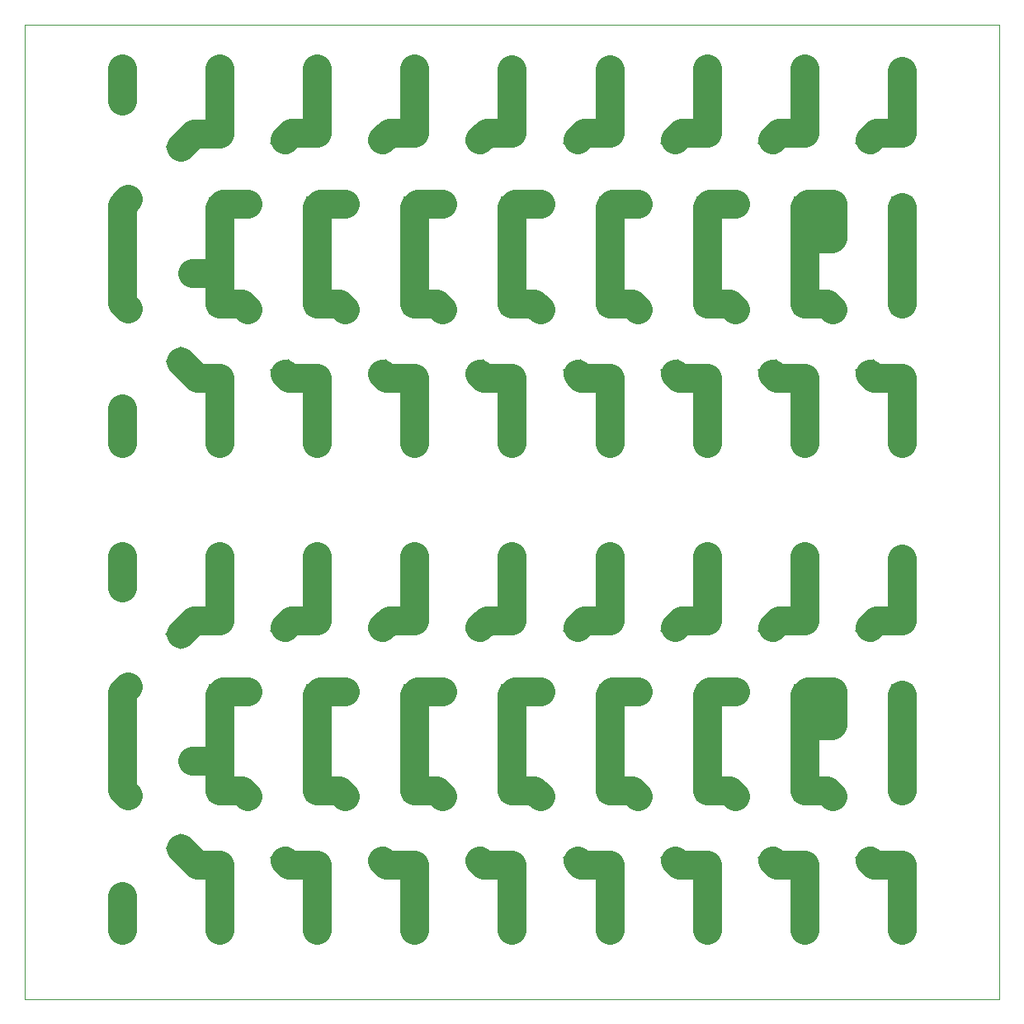
<source format=gbr>
G04 #@! TF.GenerationSoftware,KiCad,Pcbnew,5.1.4-e60b266~84~ubuntu16.04.1*
G04 #@! TF.CreationDate,2019-10-08T23:02:04-05:00*
G04 #@! TF.ProjectId,8x10p,38783130-702e-46b6-9963-61645f706362,rev?*
G04 #@! TF.SameCoordinates,Original*
G04 #@! TF.FileFunction,Copper,L2,Bot*
G04 #@! TF.FilePolarity,Positive*
%FSLAX46Y46*%
G04 Gerber Fmt 4.6, Leading zero omitted, Abs format (unit mm)*
G04 Created by KiCad (PCBNEW 5.1.4-e60b266~84~ubuntu16.04.1) date 2019-10-08 23:02:04*
%MOMM*%
%LPD*%
G04 APERTURE LIST*
G04 #@! TA.AperFunction,NonConductor*
%ADD10C,0.050000*%
G04 #@! TD*
G04 #@! TA.AperFunction,ComponentPad*
%ADD11C,2.000000*%
G04 #@! TD*
G04 #@! TA.AperFunction,ComponentPad*
%ADD12C,2.200000*%
G04 #@! TD*
G04 #@! TA.AperFunction,Conductor*
%ADD13C,0.150000*%
G04 #@! TD*
G04 #@! TA.AperFunction,Conductor*
%ADD14C,2.200000*%
G04 #@! TD*
G04 #@! TA.AperFunction,ComponentPad*
%ADD15C,1.998980*%
G04 #@! TD*
G04 #@! TA.AperFunction,ComponentPad*
%ADD16R,2.200000X2.200000*%
G04 #@! TD*
G04 #@! TA.AperFunction,ComponentPad*
%ADD17O,2.200000X2.200000*%
G04 #@! TD*
G04 #@! TA.AperFunction,Conductor*
%ADD18C,3.000000*%
G04 #@! TD*
G04 APERTURE END LIST*
D10*
X50000000Y-150000000D02*
X50000000Y-50000000D01*
X150000000Y-150000000D02*
X50000000Y-150000000D01*
X150000000Y-50000000D02*
X150000000Y-150000000D01*
X50000000Y-50000000D02*
X150000000Y-50000000D01*
D11*
G04 #@! TO.P,C25,1*
G04 #@! TO.N,N/C*
X110000000Y-142900000D03*
G04 #@! TO.P,C25,2*
X100000000Y-142900000D03*
G04 #@! TD*
G04 #@! TO.P,C12,1*
G04 #@! TO.N,N/C*
X80000000Y-125500000D03*
G04 #@! TO.P,C12,2*
X70000000Y-125500000D03*
G04 #@! TD*
D12*
G04 #@! TO.P,D9,1*
G04 #@! TO.N,N/C*
X106700000Y-111800000D03*
D13*
G04 #@! TD*
G04 #@! TO.N,N/C*
G04 #@! TO.C,D9*
G36*
X106297372Y-110297372D02*
G01*
X108202628Y-111397372D01*
X107102628Y-113302628D01*
X105197372Y-112202628D01*
X106297372Y-110297372D01*
X106297372Y-110297372D01*
G37*
D12*
G04 #@! TO.P,D9,2*
G04 #@! TO.N,N/C*
X102890000Y-118399114D03*
D14*
G04 #@! TD*
G04 #@! TO.N,N/C*
G04 #@! TO.C,D9*
X102890000Y-118399114D02*
X102890000Y-118399114D01*
D12*
G04 #@! TO.P,D35,1*
G04 #@! TO.N,N/C*
X136700000Y-135800000D03*
D13*
G04 #@! TD*
G04 #@! TO.N,N/C*
G04 #@! TO.C,D35*
G36*
X138202628Y-136202628D02*
G01*
X136297372Y-137302628D01*
X135197372Y-135397372D01*
X137102628Y-134297372D01*
X138202628Y-136202628D01*
X138202628Y-136202628D01*
G37*
D12*
G04 #@! TO.P,D35,2*
G04 #@! TO.N,N/C*
X132890000Y-129200886D03*
D14*
G04 #@! TD*
G04 #@! TO.N,N/C*
G04 #@! TO.C,D35*
X132890000Y-129200886D02*
X132890000Y-129200886D01*
D15*
G04 #@! TO.P,IN1,1*
G04 #@! TO.N,N/C*
X60000000Y-107750000D03*
G04 #@! TD*
G04 #@! TO.P,IN2,1*
G04 #@! TO.N,N/C*
X60000000Y-139400000D03*
G04 #@! TD*
D11*
G04 #@! TO.P,C22,1*
G04 #@! TO.N,N/C*
X80000000Y-139400000D03*
G04 #@! TO.P,C22,2*
X70000000Y-139400000D03*
G04 #@! TD*
G04 #@! TO.P,C28,1*
G04 #@! TO.N,N/C*
X140000000Y-139400000D03*
G04 #@! TO.P,C28,2*
X130000000Y-139400000D03*
G04 #@! TD*
D15*
G04 #@! TO.P,OUT2,1*
G04 #@! TO.N,N/C*
X140000000Y-142900000D03*
G04 #@! TD*
G04 #@! TO.P,HV1,1*
G04 #@! TO.N,N/C*
X67200000Y-125500000D03*
G04 #@! TD*
D16*
G04 #@! TO.P,D32,1*
G04 #@! TO.N,N/C*
X120000000Y-128600000D03*
D17*
G04 #@! TO.P,D32,2*
X120000000Y-136220000D03*
G04 #@! TD*
D16*
G04 #@! TO.P,D16,1*
G04 #@! TO.N,N/C*
X140000000Y-118720000D03*
D17*
G04 #@! TO.P,D16,2*
X140000000Y-111100000D03*
G04 #@! TD*
D15*
G04 #@! TO.P,HV8,1*
G04 #@! TO.N,N/C*
X140000000Y-121900000D03*
G04 #@! TD*
D12*
G04 #@! TO.P,D15,1*
G04 #@! TO.N,N/C*
X136700000Y-111800000D03*
D13*
G04 #@! TD*
G04 #@! TO.N,N/C*
G04 #@! TO.C,D15*
G36*
X136297372Y-110297372D02*
G01*
X138202628Y-111397372D01*
X137102628Y-113302628D01*
X135197372Y-112202628D01*
X136297372Y-110297372D01*
X136297372Y-110297372D01*
G37*
D12*
G04 #@! TO.P,D15,2*
G04 #@! TO.N,N/C*
X132890000Y-118399114D03*
D14*
G04 #@! TD*
G04 #@! TO.N,N/C*
G04 #@! TO.C,D15*
X132890000Y-118399114D02*
X132890000Y-118399114D01*
D15*
G04 #@! TO.P,HV0,1*
G04 #@! TO.N,N/C*
X60000000Y-125500000D03*
G04 #@! TD*
D12*
G04 #@! TO.P,D29,1*
G04 #@! TO.N,N/C*
X106700000Y-135800000D03*
D13*
G04 #@! TD*
G04 #@! TO.N,N/C*
G04 #@! TO.C,D29*
G36*
X108202628Y-136202628D02*
G01*
X106297372Y-137302628D01*
X105197372Y-135397372D01*
X107102628Y-134297372D01*
X108202628Y-136202628D01*
X108202628Y-136202628D01*
G37*
D12*
G04 #@! TO.P,D29,2*
G04 #@! TO.N,N/C*
X102890000Y-129200886D03*
D14*
G04 #@! TD*
G04 #@! TO.N,N/C*
G04 #@! TO.C,D29*
X102890000Y-129200886D02*
X102890000Y-129200886D01*
D16*
G04 #@! TO.P,D26,1*
G04 #@! TO.N,N/C*
X90000000Y-128600000D03*
D17*
G04 #@! TO.P,D26,2*
X90000000Y-136220000D03*
G04 #@! TD*
D12*
G04 #@! TO.P,D25,1*
G04 #@! TO.N,N/C*
X86700000Y-135800000D03*
D13*
G04 #@! TD*
G04 #@! TO.N,N/C*
G04 #@! TO.C,D25*
G36*
X88202628Y-136202628D02*
G01*
X86297372Y-137302628D01*
X85197372Y-135397372D01*
X87102628Y-134297372D01*
X88202628Y-136202628D01*
X88202628Y-136202628D01*
G37*
D12*
G04 #@! TO.P,D25,2*
G04 #@! TO.N,N/C*
X82890000Y-129200886D03*
D14*
G04 #@! TD*
G04 #@! TO.N,N/C*
G04 #@! TO.C,D25*
X82890000Y-129200886D02*
X82890000Y-129200886D01*
D11*
G04 #@! TO.P,C27,1*
G04 #@! TO.N,N/C*
X130000000Y-142900000D03*
G04 #@! TO.P,C27,2*
X120000000Y-142900000D03*
G04 #@! TD*
G04 #@! TO.P,C24,1*
G04 #@! TO.N,N/C*
X100000000Y-139400000D03*
G04 #@! TO.P,C24,2*
X90000000Y-139400000D03*
G04 #@! TD*
D12*
G04 #@! TO.P,D27,1*
G04 #@! TO.N,N/C*
X96700000Y-135800000D03*
D13*
G04 #@! TD*
G04 #@! TO.N,N/C*
G04 #@! TO.C,D27*
G36*
X98202628Y-136202628D02*
G01*
X96297372Y-137302628D01*
X95197372Y-135397372D01*
X97102628Y-134297372D01*
X98202628Y-136202628D01*
X98202628Y-136202628D01*
G37*
D12*
G04 #@! TO.P,D27,2*
G04 #@! TO.N,N/C*
X92890000Y-129200886D03*
D14*
G04 #@! TD*
G04 #@! TO.N,N/C*
G04 #@! TO.C,D27*
X92890000Y-129200886D02*
X92890000Y-129200886D01*
D16*
G04 #@! TO.P,D24,1*
G04 #@! TO.N,N/C*
X80000000Y-128600000D03*
D17*
G04 #@! TO.P,D24,2*
X80000000Y-136220000D03*
G04 #@! TD*
D12*
G04 #@! TO.P,D31,1*
G04 #@! TO.N,N/C*
X116700000Y-135800000D03*
D13*
G04 #@! TD*
G04 #@! TO.N,N/C*
G04 #@! TO.C,D31*
G36*
X118202628Y-136202628D02*
G01*
X116297372Y-137302628D01*
X115197372Y-135397372D01*
X117102628Y-134297372D01*
X118202628Y-136202628D01*
X118202628Y-136202628D01*
G37*
D12*
G04 #@! TO.P,D31,2*
G04 #@! TO.N,N/C*
X112890000Y-129200886D03*
D14*
G04 #@! TD*
G04 #@! TO.N,N/C*
G04 #@! TO.C,D31*
X112890000Y-129200886D02*
X112890000Y-129200886D01*
D12*
G04 #@! TO.P,D21,1*
G04 #@! TO.N,N/C*
X66000000Y-134500000D03*
D13*
G04 #@! TD*
G04 #@! TO.N,N/C*
G04 #@! TO.C,D21*
G36*
X67555635Y-134500000D02*
G01*
X66000000Y-136055635D01*
X64444365Y-134500000D01*
X66000000Y-132944365D01*
X67555635Y-134500000D01*
X67555635Y-134500000D01*
G37*
D12*
G04 #@! TO.P,D21,2*
G04 #@! TO.N,N/C*
X60611846Y-129111846D03*
D14*
G04 #@! TD*
G04 #@! TO.N,N/C*
G04 #@! TO.C,D21*
X60611846Y-129111846D02*
X60611846Y-129111846D01*
D15*
G04 #@! TO.P,HV7,1*
G04 #@! TO.N,N/C*
X132800000Y-121900000D03*
G04 #@! TD*
D16*
G04 #@! TO.P,D36,1*
G04 #@! TO.N,N/C*
X140000000Y-128600000D03*
D17*
G04 #@! TO.P,D36,2*
X140000000Y-136220000D03*
G04 #@! TD*
D11*
G04 #@! TO.P,C17,1*
G04 #@! TO.N,N/C*
X130000000Y-121900000D03*
G04 #@! TO.P,C17,2*
X120000000Y-121900000D03*
G04 #@! TD*
G04 #@! TO.P,C6,1*
G04 #@! TO.N,N/C*
X120000000Y-108000000D03*
G04 #@! TO.P,C6,2*
X110000000Y-108000000D03*
G04 #@! TD*
G04 #@! TO.P,C18,1*
G04 #@! TO.N,N/C*
X140000000Y-125500000D03*
G04 #@! TO.P,C18,2*
X130000000Y-125500000D03*
G04 #@! TD*
G04 #@! TO.P,C7,1*
G04 #@! TO.N,N/C*
X130000000Y-104500000D03*
G04 #@! TO.P,C7,2*
X120000000Y-104500000D03*
G04 #@! TD*
G04 #@! TO.P,C13,1*
G04 #@! TO.N,N/C*
X90000000Y-121900000D03*
G04 #@! TO.P,C13,2*
X80000000Y-121900000D03*
G04 #@! TD*
G04 #@! TO.P,C11,1*
G04 #@! TO.N,N/C*
X70000000Y-121900000D03*
G04 #@! TO.P,C11,2*
X60000000Y-121900000D03*
G04 #@! TD*
G04 #@! TO.P,C21,1*
G04 #@! TO.N,N/C*
X70000000Y-142900000D03*
G04 #@! TO.P,C21,2*
X60000000Y-142900000D03*
G04 #@! TD*
D16*
G04 #@! TO.P,D10,1*
G04 #@! TO.N,N/C*
X110000000Y-118720000D03*
D17*
G04 #@! TO.P,D10,2*
X110000000Y-111100000D03*
G04 #@! TD*
D12*
G04 #@! TO.P,D13,1*
G04 #@! TO.N,N/C*
X126700000Y-111800000D03*
D13*
G04 #@! TD*
G04 #@! TO.N,N/C*
G04 #@! TO.C,D13*
G36*
X126297372Y-110297372D02*
G01*
X128202628Y-111397372D01*
X127102628Y-113302628D01*
X125197372Y-112202628D01*
X126297372Y-110297372D01*
X126297372Y-110297372D01*
G37*
D12*
G04 #@! TO.P,D13,2*
G04 #@! TO.N,N/C*
X122890000Y-118399114D03*
D14*
G04 #@! TD*
G04 #@! TO.N,N/C*
G04 #@! TO.C,D13*
X122890000Y-118399114D02*
X122890000Y-118399114D01*
D16*
G04 #@! TO.P,D6,1*
G04 #@! TO.N,N/C*
X90000000Y-118720000D03*
D17*
G04 #@! TO.P,D6,2*
X90000000Y-111100000D03*
G04 #@! TD*
D11*
G04 #@! TO.P,C14,1*
G04 #@! TO.N,N/C*
X100000000Y-125500000D03*
G04 #@! TO.P,C14,2*
X90000000Y-125500000D03*
G04 #@! TD*
D12*
G04 #@! TO.P,D11,1*
G04 #@! TO.N,N/C*
X116700000Y-111800000D03*
D13*
G04 #@! TD*
G04 #@! TO.N,N/C*
G04 #@! TO.C,D11*
G36*
X116297372Y-110297372D02*
G01*
X118202628Y-111397372D01*
X117102628Y-113302628D01*
X115197372Y-112202628D01*
X116297372Y-110297372D01*
X116297372Y-110297372D01*
G37*
D12*
G04 #@! TO.P,D11,2*
G04 #@! TO.N,N/C*
X112890000Y-118399114D03*
D14*
G04 #@! TD*
G04 #@! TO.N,N/C*
G04 #@! TO.C,D11*
X112890000Y-118399114D02*
X112890000Y-118399114D01*
D11*
G04 #@! TO.P,C16,1*
G04 #@! TO.N,N/C*
X120000000Y-125500000D03*
G04 #@! TO.P,C16,2*
X110000000Y-125500000D03*
G04 #@! TD*
G04 #@! TO.P,C23,1*
G04 #@! TO.N,N/C*
X90000000Y-142900000D03*
G04 #@! TO.P,C23,2*
X80000000Y-142900000D03*
G04 #@! TD*
D15*
G04 #@! TO.P,OUT1,1*
G04 #@! TO.N,N/C*
X140000000Y-104750000D03*
G04 #@! TD*
D11*
G04 #@! TO.P,C15,1*
G04 #@! TO.N,N/C*
X110000000Y-121900000D03*
G04 #@! TO.P,C15,2*
X100000000Y-121900000D03*
G04 #@! TD*
D16*
G04 #@! TO.P,D34,1*
G04 #@! TO.N,N/C*
X130000000Y-128600000D03*
D17*
G04 #@! TO.P,D34,2*
X130000000Y-136220000D03*
G04 #@! TD*
D12*
G04 #@! TO.P,D5,1*
G04 #@! TO.N,N/C*
X86700000Y-111800000D03*
D13*
G04 #@! TD*
G04 #@! TO.N,N/C*
G04 #@! TO.C,D5*
G36*
X86297372Y-110297372D02*
G01*
X88202628Y-111397372D01*
X87102628Y-113302628D01*
X85197372Y-112202628D01*
X86297372Y-110297372D01*
X86297372Y-110297372D01*
G37*
D12*
G04 #@! TO.P,D5,2*
G04 #@! TO.N,N/C*
X82890000Y-118399114D03*
D14*
G04 #@! TD*
G04 #@! TO.N,N/C*
G04 #@! TO.C,D5*
X82890000Y-118399114D02*
X82890000Y-118399114D01*
D11*
G04 #@! TO.P,C26,1*
G04 #@! TO.N,N/C*
X120000000Y-139400000D03*
G04 #@! TO.P,C26,2*
X110000000Y-139400000D03*
G04 #@! TD*
G04 #@! TO.P,C2,1*
G04 #@! TO.N,N/C*
X80000000Y-108000000D03*
G04 #@! TO.P,C2,2*
X70000000Y-108000000D03*
G04 #@! TD*
G04 #@! TO.P,C8,1*
G04 #@! TO.N,N/C*
X140000000Y-108000000D03*
G04 #@! TO.P,C8,2*
X130000000Y-108000000D03*
G04 #@! TD*
D12*
G04 #@! TO.P,D23,1*
G04 #@! TO.N,N/C*
X76700000Y-135800000D03*
D13*
G04 #@! TD*
G04 #@! TO.N,N/C*
G04 #@! TO.C,D23*
G36*
X78202628Y-136202628D02*
G01*
X76297372Y-137302628D01*
X75197372Y-135397372D01*
X77102628Y-134297372D01*
X78202628Y-136202628D01*
X78202628Y-136202628D01*
G37*
D12*
G04 #@! TO.P,D23,2*
G04 #@! TO.N,N/C*
X72890000Y-129200886D03*
D14*
G04 #@! TD*
G04 #@! TO.N,N/C*
G04 #@! TO.C,D23*
X72890000Y-129200886D02*
X72890000Y-129200886D01*
D16*
G04 #@! TO.P,D2,1*
G04 #@! TO.N,N/C*
X70000000Y-118750000D03*
D17*
G04 #@! TO.P,D2,2*
X70000000Y-111130000D03*
G04 #@! TD*
D11*
G04 #@! TO.P,C5,1*
G04 #@! TO.N,N/C*
X110000000Y-104540000D03*
G04 #@! TO.P,C5,2*
X100000000Y-104540000D03*
G04 #@! TD*
G04 #@! TO.P,C1,1*
G04 #@! TO.N,N/C*
X70000000Y-104500000D03*
G04 #@! TO.P,C1,2*
X60000000Y-104500000D03*
G04 #@! TD*
D16*
G04 #@! TO.P,D12,1*
G04 #@! TO.N,N/C*
X120000000Y-118720000D03*
D17*
G04 #@! TO.P,D12,2*
X120000000Y-111100000D03*
G04 #@! TD*
D11*
G04 #@! TO.P,C4,1*
G04 #@! TO.N,N/C*
X100000000Y-108000000D03*
G04 #@! TO.P,C4,2*
X90000000Y-108000000D03*
G04 #@! TD*
D16*
G04 #@! TO.P,D22,1*
G04 #@! TO.N,N/C*
X70000000Y-128600000D03*
D17*
G04 #@! TO.P,D22,2*
X70000000Y-136220000D03*
G04 #@! TD*
D16*
G04 #@! TO.P,D4,1*
G04 #@! TO.N,N/C*
X80000000Y-118720000D03*
D17*
G04 #@! TO.P,D4,2*
X80000000Y-111100000D03*
G04 #@! TD*
D16*
G04 #@! TO.P,D28,1*
G04 #@! TO.N,N/C*
X100000000Y-128600000D03*
D17*
G04 #@! TO.P,D28,2*
X100000000Y-136220000D03*
G04 #@! TD*
D16*
G04 #@! TO.P,D8,1*
G04 #@! TO.N,N/C*
X100000000Y-118720000D03*
D17*
G04 #@! TO.P,D8,2*
X100000000Y-111100000D03*
G04 #@! TD*
D11*
G04 #@! TO.P,C3,1*
G04 #@! TO.N,N/C*
X90000000Y-104500000D03*
G04 #@! TO.P,C3,2*
X80000000Y-104500000D03*
G04 #@! TD*
D12*
G04 #@! TO.P,D1,1*
G04 #@! TO.N,N/C*
X66000000Y-112500000D03*
D13*
G04 #@! TD*
G04 #@! TO.N,N/C*
G04 #@! TO.C,D1*
G36*
X66000000Y-110944365D02*
G01*
X67555635Y-112500000D01*
X66000000Y-114055635D01*
X64444365Y-112500000D01*
X66000000Y-110944365D01*
X66000000Y-110944365D01*
G37*
D12*
G04 #@! TO.P,D1,2*
G04 #@! TO.N,N/C*
X60611846Y-117888154D03*
D14*
G04 #@! TD*
G04 #@! TO.N,N/C*
G04 #@! TO.C,D1*
X60611846Y-117888154D02*
X60611846Y-117888154D01*
D12*
G04 #@! TO.P,D3,1*
G04 #@! TO.N,N/C*
X76700000Y-111800000D03*
D13*
G04 #@! TD*
G04 #@! TO.N,N/C*
G04 #@! TO.C,D3*
G36*
X76297372Y-110297372D02*
G01*
X78202628Y-111397372D01*
X77102628Y-113302628D01*
X75197372Y-112202628D01*
X76297372Y-110297372D01*
X76297372Y-110297372D01*
G37*
D12*
G04 #@! TO.P,D3,2*
G04 #@! TO.N,N/C*
X72890000Y-118399114D03*
D14*
G04 #@! TD*
G04 #@! TO.N,N/C*
G04 #@! TO.C,D3*
X72890000Y-118399114D02*
X72890000Y-118399114D01*
D12*
G04 #@! TO.P,D33,1*
G04 #@! TO.N,N/C*
X126700000Y-135800000D03*
D13*
G04 #@! TD*
G04 #@! TO.N,N/C*
G04 #@! TO.C,D33*
G36*
X128202628Y-136202628D02*
G01*
X126297372Y-137302628D01*
X125197372Y-135397372D01*
X127102628Y-134297372D01*
X128202628Y-136202628D01*
X128202628Y-136202628D01*
G37*
D12*
G04 #@! TO.P,D33,2*
G04 #@! TO.N,N/C*
X122890000Y-129200886D03*
D14*
G04 #@! TD*
G04 #@! TO.N,N/C*
G04 #@! TO.C,D33*
X122890000Y-129200886D02*
X122890000Y-129200886D01*
D16*
G04 #@! TO.P,D30,1*
G04 #@! TO.N,N/C*
X110000000Y-128600000D03*
D17*
G04 #@! TO.P,D30,2*
X110000000Y-136220000D03*
G04 #@! TD*
D16*
G04 #@! TO.P,D14,1*
G04 #@! TO.N,N/C*
X130000000Y-118720000D03*
D17*
G04 #@! TO.P,D14,2*
X130000000Y-111100000D03*
G04 #@! TD*
D12*
G04 #@! TO.P,D7,1*
G04 #@! TO.N,N/C*
X96700000Y-111800000D03*
D13*
G04 #@! TD*
G04 #@! TO.N,N/C*
G04 #@! TO.C,D7*
G36*
X96297372Y-110297372D02*
G01*
X98202628Y-111397372D01*
X97102628Y-113302628D01*
X95197372Y-112202628D01*
X96297372Y-110297372D01*
X96297372Y-110297372D01*
G37*
D12*
G04 #@! TO.P,D7,2*
G04 #@! TO.N,N/C*
X92890000Y-118399114D03*
D14*
G04 #@! TD*
G04 #@! TO.N,N/C*
G04 #@! TO.C,D7*
X92890000Y-118399114D02*
X92890000Y-118399114D01*
D15*
G04 #@! TO.P,HV1,1*
G04 #@! TO.N,/multiplier/HV1*
X67200000Y-75500000D03*
G04 #@! TD*
G04 #@! TO.P,IN2,1*
G04 #@! TO.N,/multiplier/IN2*
X60000000Y-89400000D03*
G04 #@! TD*
G04 #@! TO.P,IN1,1*
G04 #@! TO.N,/multiplier/IN1*
X60000000Y-57750000D03*
G04 #@! TD*
G04 #@! TO.P,HV7,1*
G04 #@! TO.N,/multiplier/HV7*
X132800000Y-71900000D03*
G04 #@! TD*
G04 #@! TO.P,OUT1,1*
G04 #@! TO.N,/multiplier/OUT1*
X140000000Y-54750000D03*
G04 #@! TD*
G04 #@! TO.P,HV0,1*
G04 #@! TO.N,/multiplier/HV0*
X60000000Y-75500000D03*
G04 #@! TD*
G04 #@! TO.P,OUT2,1*
G04 #@! TO.N,/multiplier/OUT2*
X140000000Y-92900000D03*
G04 #@! TD*
G04 #@! TO.P,HV8,1*
G04 #@! TO.N,/multiplier/HV8*
X140000000Y-71900000D03*
G04 #@! TD*
D11*
G04 #@! TO.P,C28,2*
G04 #@! TO.N,Net-(C27-Pad1)*
X130000000Y-89400000D03*
G04 #@! TO.P,C28,1*
G04 #@! TO.N,/multiplier/OUT2*
X140000000Y-89400000D03*
G04 #@! TD*
G04 #@! TO.P,C27,2*
G04 #@! TO.N,Net-(C26-Pad1)*
X120000000Y-92900000D03*
G04 #@! TO.P,C27,1*
G04 #@! TO.N,Net-(C27-Pad1)*
X130000000Y-92900000D03*
G04 #@! TD*
G04 #@! TO.P,C26,2*
G04 #@! TO.N,Net-(C25-Pad1)*
X110000000Y-89400000D03*
G04 #@! TO.P,C26,1*
G04 #@! TO.N,Net-(C26-Pad1)*
X120000000Y-89400000D03*
G04 #@! TD*
G04 #@! TO.P,C25,2*
G04 #@! TO.N,Net-(C24-Pad1)*
X100000000Y-92900000D03*
G04 #@! TO.P,C25,1*
G04 #@! TO.N,Net-(C25-Pad1)*
X110000000Y-92900000D03*
G04 #@! TD*
G04 #@! TO.P,C24,2*
G04 #@! TO.N,Net-(C23-Pad1)*
X90000000Y-89400000D03*
G04 #@! TO.P,C24,1*
G04 #@! TO.N,Net-(C24-Pad1)*
X100000000Y-89400000D03*
G04 #@! TD*
G04 #@! TO.P,C23,2*
G04 #@! TO.N,Net-(C22-Pad1)*
X80000000Y-92900000D03*
G04 #@! TO.P,C23,1*
G04 #@! TO.N,Net-(C23-Pad1)*
X90000000Y-92900000D03*
G04 #@! TD*
G04 #@! TO.P,C22,2*
G04 #@! TO.N,Net-(C21-Pad1)*
X70000000Y-89400000D03*
G04 #@! TO.P,C22,1*
G04 #@! TO.N,Net-(C22-Pad1)*
X80000000Y-89400000D03*
G04 #@! TD*
G04 #@! TO.P,C21,2*
G04 #@! TO.N,/multiplier/IN2*
X60000000Y-92900000D03*
G04 #@! TO.P,C21,1*
G04 #@! TO.N,Net-(C21-Pad1)*
X70000000Y-92900000D03*
G04 #@! TD*
G04 #@! TO.P,C18,2*
G04 #@! TO.N,/multiplier/HV7*
X130000000Y-75500000D03*
G04 #@! TO.P,C18,1*
G04 #@! TO.N,/multiplier/HV8*
X140000000Y-75500000D03*
G04 #@! TD*
G04 #@! TO.P,C17,2*
G04 #@! TO.N,Net-(C16-Pad1)*
X120000000Y-71900000D03*
G04 #@! TO.P,C17,1*
G04 #@! TO.N,/multiplier/HV7*
X130000000Y-71900000D03*
G04 #@! TD*
G04 #@! TO.P,C16,2*
G04 #@! TO.N,Net-(C15-Pad1)*
X110000000Y-75500000D03*
G04 #@! TO.P,C16,1*
G04 #@! TO.N,Net-(C16-Pad1)*
X120000000Y-75500000D03*
G04 #@! TD*
G04 #@! TO.P,C15,2*
G04 #@! TO.N,Net-(C14-Pad1)*
X100000000Y-71900000D03*
G04 #@! TO.P,C15,1*
G04 #@! TO.N,Net-(C15-Pad1)*
X110000000Y-71900000D03*
G04 #@! TD*
G04 #@! TO.P,C14,2*
G04 #@! TO.N,Net-(C13-Pad1)*
X90000000Y-75500000D03*
G04 #@! TO.P,C14,1*
G04 #@! TO.N,Net-(C14-Pad1)*
X100000000Y-75500000D03*
G04 #@! TD*
G04 #@! TO.P,C13,2*
G04 #@! TO.N,Net-(C12-Pad1)*
X80000000Y-71900000D03*
G04 #@! TO.P,C13,1*
G04 #@! TO.N,Net-(C13-Pad1)*
X90000000Y-71900000D03*
G04 #@! TD*
G04 #@! TO.P,C12,2*
G04 #@! TO.N,/multiplier/HV1*
X70000000Y-75500000D03*
G04 #@! TO.P,C12,1*
G04 #@! TO.N,Net-(C12-Pad1)*
X80000000Y-75500000D03*
G04 #@! TD*
G04 #@! TO.P,C11,2*
G04 #@! TO.N,/multiplier/HV0*
X60000000Y-71900000D03*
G04 #@! TO.P,C11,1*
G04 #@! TO.N,/multiplier/HV1*
X70000000Y-71900000D03*
G04 #@! TD*
G04 #@! TO.P,C8,2*
G04 #@! TO.N,Net-(C7-Pad1)*
X130000000Y-58000000D03*
G04 #@! TO.P,C8,1*
G04 #@! TO.N,/multiplier/OUT1*
X140000000Y-58000000D03*
G04 #@! TD*
G04 #@! TO.P,C7,2*
G04 #@! TO.N,Net-(C6-Pad1)*
X120000000Y-54500000D03*
G04 #@! TO.P,C7,1*
G04 #@! TO.N,Net-(C7-Pad1)*
X130000000Y-54500000D03*
G04 #@! TD*
G04 #@! TO.P,C6,2*
G04 #@! TO.N,Net-(C5-Pad1)*
X110000000Y-58000000D03*
G04 #@! TO.P,C6,1*
G04 #@! TO.N,Net-(C6-Pad1)*
X120000000Y-58000000D03*
G04 #@! TD*
G04 #@! TO.P,C5,2*
G04 #@! TO.N,Net-(C4-Pad1)*
X100000000Y-54540000D03*
G04 #@! TO.P,C5,1*
G04 #@! TO.N,Net-(C5-Pad1)*
X110000000Y-54540000D03*
G04 #@! TD*
G04 #@! TO.P,C4,2*
G04 #@! TO.N,Net-(C3-Pad1)*
X90000000Y-58000000D03*
G04 #@! TO.P,C4,1*
G04 #@! TO.N,Net-(C4-Pad1)*
X100000000Y-58000000D03*
G04 #@! TD*
G04 #@! TO.P,C3,2*
G04 #@! TO.N,Net-(C2-Pad1)*
X80000000Y-54500000D03*
G04 #@! TO.P,C3,1*
G04 #@! TO.N,Net-(C3-Pad1)*
X90000000Y-54500000D03*
G04 #@! TD*
G04 #@! TO.P,C2,2*
G04 #@! TO.N,Net-(C1-Pad1)*
X70000000Y-58000000D03*
G04 #@! TO.P,C2,1*
G04 #@! TO.N,Net-(C2-Pad1)*
X80000000Y-58000000D03*
G04 #@! TD*
G04 #@! TO.P,C1,2*
G04 #@! TO.N,/multiplier/IN1*
X60000000Y-54500000D03*
G04 #@! TO.P,C1,1*
G04 #@! TO.N,Net-(C1-Pad1)*
X70000000Y-54500000D03*
G04 #@! TD*
D17*
G04 #@! TO.P,D36,2*
G04 #@! TO.N,/multiplier/OUT2*
X140000000Y-86220000D03*
D16*
G04 #@! TO.P,D36,1*
G04 #@! TO.N,/multiplier/HV8*
X140000000Y-78600000D03*
G04 #@! TD*
D12*
G04 #@! TO.P,D35,2*
G04 #@! TO.N,/multiplier/HV7*
X132890000Y-79200886D03*
D14*
G04 #@! TD*
G04 #@! TO.N,/multiplier/HV7*
G04 #@! TO.C,D35*
X132890000Y-79200886D02*
X132890000Y-79200886D01*
D12*
G04 #@! TO.P,D35,1*
G04 #@! TO.N,/multiplier/OUT2*
X136700000Y-85800000D03*
D13*
G04 #@! TD*
G04 #@! TO.N,/multiplier/OUT2*
G04 #@! TO.C,D35*
G36*
X138202628Y-86202628D02*
G01*
X136297372Y-87302628D01*
X135197372Y-85397372D01*
X137102628Y-84297372D01*
X138202628Y-86202628D01*
X138202628Y-86202628D01*
G37*
D17*
G04 #@! TO.P,D34,2*
G04 #@! TO.N,Net-(C27-Pad1)*
X130000000Y-86220000D03*
D16*
G04 #@! TO.P,D34,1*
G04 #@! TO.N,/multiplier/HV7*
X130000000Y-78600000D03*
G04 #@! TD*
D12*
G04 #@! TO.P,D33,2*
G04 #@! TO.N,Net-(C16-Pad1)*
X122890000Y-79200886D03*
D14*
G04 #@! TD*
G04 #@! TO.N,Net-(C16-Pad1)*
G04 #@! TO.C,D33*
X122890000Y-79200886D02*
X122890000Y-79200886D01*
D12*
G04 #@! TO.P,D33,1*
G04 #@! TO.N,Net-(C27-Pad1)*
X126700000Y-85800000D03*
D13*
G04 #@! TD*
G04 #@! TO.N,Net-(C27-Pad1)*
G04 #@! TO.C,D33*
G36*
X128202628Y-86202628D02*
G01*
X126297372Y-87302628D01*
X125197372Y-85397372D01*
X127102628Y-84297372D01*
X128202628Y-86202628D01*
X128202628Y-86202628D01*
G37*
D17*
G04 #@! TO.P,D32,2*
G04 #@! TO.N,Net-(C26-Pad1)*
X120000000Y-86220000D03*
D16*
G04 #@! TO.P,D32,1*
G04 #@! TO.N,Net-(C16-Pad1)*
X120000000Y-78600000D03*
G04 #@! TD*
D12*
G04 #@! TO.P,D31,2*
G04 #@! TO.N,Net-(C15-Pad1)*
X112890000Y-79200886D03*
D14*
G04 #@! TD*
G04 #@! TO.N,Net-(C15-Pad1)*
G04 #@! TO.C,D31*
X112890000Y-79200886D02*
X112890000Y-79200886D01*
D12*
G04 #@! TO.P,D31,1*
G04 #@! TO.N,Net-(C26-Pad1)*
X116700000Y-85800000D03*
D13*
G04 #@! TD*
G04 #@! TO.N,Net-(C26-Pad1)*
G04 #@! TO.C,D31*
G36*
X118202628Y-86202628D02*
G01*
X116297372Y-87302628D01*
X115197372Y-85397372D01*
X117102628Y-84297372D01*
X118202628Y-86202628D01*
X118202628Y-86202628D01*
G37*
D17*
G04 #@! TO.P,D30,2*
G04 #@! TO.N,Net-(C25-Pad1)*
X110000000Y-86220000D03*
D16*
G04 #@! TO.P,D30,1*
G04 #@! TO.N,Net-(C15-Pad1)*
X110000000Y-78600000D03*
G04 #@! TD*
D12*
G04 #@! TO.P,D29,2*
G04 #@! TO.N,Net-(C14-Pad1)*
X102890000Y-79200886D03*
D14*
G04 #@! TD*
G04 #@! TO.N,Net-(C14-Pad1)*
G04 #@! TO.C,D29*
X102890000Y-79200886D02*
X102890000Y-79200886D01*
D12*
G04 #@! TO.P,D29,1*
G04 #@! TO.N,Net-(C25-Pad1)*
X106700000Y-85800000D03*
D13*
G04 #@! TD*
G04 #@! TO.N,Net-(C25-Pad1)*
G04 #@! TO.C,D29*
G36*
X108202628Y-86202628D02*
G01*
X106297372Y-87302628D01*
X105197372Y-85397372D01*
X107102628Y-84297372D01*
X108202628Y-86202628D01*
X108202628Y-86202628D01*
G37*
D17*
G04 #@! TO.P,D28,2*
G04 #@! TO.N,Net-(C24-Pad1)*
X100000000Y-86220000D03*
D16*
G04 #@! TO.P,D28,1*
G04 #@! TO.N,Net-(C14-Pad1)*
X100000000Y-78600000D03*
G04 #@! TD*
D12*
G04 #@! TO.P,D27,2*
G04 #@! TO.N,Net-(C13-Pad1)*
X92890000Y-79200886D03*
D14*
G04 #@! TD*
G04 #@! TO.N,Net-(C13-Pad1)*
G04 #@! TO.C,D27*
X92890000Y-79200886D02*
X92890000Y-79200886D01*
D12*
G04 #@! TO.P,D27,1*
G04 #@! TO.N,Net-(C24-Pad1)*
X96700000Y-85800000D03*
D13*
G04 #@! TD*
G04 #@! TO.N,Net-(C24-Pad1)*
G04 #@! TO.C,D27*
G36*
X98202628Y-86202628D02*
G01*
X96297372Y-87302628D01*
X95197372Y-85397372D01*
X97102628Y-84297372D01*
X98202628Y-86202628D01*
X98202628Y-86202628D01*
G37*
D17*
G04 #@! TO.P,D26,2*
G04 #@! TO.N,Net-(C23-Pad1)*
X90000000Y-86220000D03*
D16*
G04 #@! TO.P,D26,1*
G04 #@! TO.N,Net-(C13-Pad1)*
X90000000Y-78600000D03*
G04 #@! TD*
D12*
G04 #@! TO.P,D25,2*
G04 #@! TO.N,Net-(C12-Pad1)*
X82890000Y-79200886D03*
D14*
G04 #@! TD*
G04 #@! TO.N,Net-(C12-Pad1)*
G04 #@! TO.C,D25*
X82890000Y-79200886D02*
X82890000Y-79200886D01*
D12*
G04 #@! TO.P,D25,1*
G04 #@! TO.N,Net-(C23-Pad1)*
X86700000Y-85800000D03*
D13*
G04 #@! TD*
G04 #@! TO.N,Net-(C23-Pad1)*
G04 #@! TO.C,D25*
G36*
X88202628Y-86202628D02*
G01*
X86297372Y-87302628D01*
X85197372Y-85397372D01*
X87102628Y-84297372D01*
X88202628Y-86202628D01*
X88202628Y-86202628D01*
G37*
D17*
G04 #@! TO.P,D24,2*
G04 #@! TO.N,Net-(C22-Pad1)*
X80000000Y-86220000D03*
D16*
G04 #@! TO.P,D24,1*
G04 #@! TO.N,Net-(C12-Pad1)*
X80000000Y-78600000D03*
G04 #@! TD*
D12*
G04 #@! TO.P,D23,2*
G04 #@! TO.N,/multiplier/HV1*
X72890000Y-79200886D03*
D14*
G04 #@! TD*
G04 #@! TO.N,/multiplier/HV1*
G04 #@! TO.C,D23*
X72890000Y-79200886D02*
X72890000Y-79200886D01*
D12*
G04 #@! TO.P,D23,1*
G04 #@! TO.N,Net-(C22-Pad1)*
X76700000Y-85800000D03*
D13*
G04 #@! TD*
G04 #@! TO.N,Net-(C22-Pad1)*
G04 #@! TO.C,D23*
G36*
X78202628Y-86202628D02*
G01*
X76297372Y-87302628D01*
X75197372Y-85397372D01*
X77102628Y-84297372D01*
X78202628Y-86202628D01*
X78202628Y-86202628D01*
G37*
D17*
G04 #@! TO.P,D22,2*
G04 #@! TO.N,Net-(C21-Pad1)*
X70000000Y-86220000D03*
D16*
G04 #@! TO.P,D22,1*
G04 #@! TO.N,/multiplier/HV1*
X70000000Y-78600000D03*
G04 #@! TD*
D12*
G04 #@! TO.P,D21,2*
G04 #@! TO.N,/multiplier/HV0*
X60611846Y-79111846D03*
D14*
G04 #@! TD*
G04 #@! TO.N,/multiplier/HV0*
G04 #@! TO.C,D21*
X60611846Y-79111846D02*
X60611846Y-79111846D01*
D12*
G04 #@! TO.P,D21,1*
G04 #@! TO.N,Net-(C21-Pad1)*
X66000000Y-84500000D03*
D13*
G04 #@! TD*
G04 #@! TO.N,Net-(C21-Pad1)*
G04 #@! TO.C,D21*
G36*
X67555635Y-84500000D02*
G01*
X66000000Y-86055635D01*
X64444365Y-84500000D01*
X66000000Y-82944365D01*
X67555635Y-84500000D01*
X67555635Y-84500000D01*
G37*
D17*
G04 #@! TO.P,D16,2*
G04 #@! TO.N,/multiplier/OUT1*
X140000000Y-61100000D03*
D16*
G04 #@! TO.P,D16,1*
G04 #@! TO.N,/multiplier/HV8*
X140000000Y-68720000D03*
G04 #@! TD*
D12*
G04 #@! TO.P,D15,2*
G04 #@! TO.N,/multiplier/HV7*
X132890000Y-68399114D03*
D14*
G04 #@! TD*
G04 #@! TO.N,/multiplier/HV7*
G04 #@! TO.C,D15*
X132890000Y-68399114D02*
X132890000Y-68399114D01*
D12*
G04 #@! TO.P,D15,1*
G04 #@! TO.N,/multiplier/OUT1*
X136700000Y-61800000D03*
D13*
G04 #@! TD*
G04 #@! TO.N,/multiplier/OUT1*
G04 #@! TO.C,D15*
G36*
X136297372Y-60297372D02*
G01*
X138202628Y-61397372D01*
X137102628Y-63302628D01*
X135197372Y-62202628D01*
X136297372Y-60297372D01*
X136297372Y-60297372D01*
G37*
D17*
G04 #@! TO.P,D14,2*
G04 #@! TO.N,Net-(C7-Pad1)*
X130000000Y-61100000D03*
D16*
G04 #@! TO.P,D14,1*
G04 #@! TO.N,/multiplier/HV7*
X130000000Y-68720000D03*
G04 #@! TD*
D12*
G04 #@! TO.P,D13,2*
G04 #@! TO.N,Net-(C16-Pad1)*
X122890000Y-68399114D03*
D14*
G04 #@! TD*
G04 #@! TO.N,Net-(C16-Pad1)*
G04 #@! TO.C,D13*
X122890000Y-68399114D02*
X122890000Y-68399114D01*
D12*
G04 #@! TO.P,D13,1*
G04 #@! TO.N,Net-(C7-Pad1)*
X126700000Y-61800000D03*
D13*
G04 #@! TD*
G04 #@! TO.N,Net-(C7-Pad1)*
G04 #@! TO.C,D13*
G36*
X126297372Y-60297372D02*
G01*
X128202628Y-61397372D01*
X127102628Y-63302628D01*
X125197372Y-62202628D01*
X126297372Y-60297372D01*
X126297372Y-60297372D01*
G37*
D17*
G04 #@! TO.P,D12,2*
G04 #@! TO.N,Net-(C6-Pad1)*
X120000000Y-61100000D03*
D16*
G04 #@! TO.P,D12,1*
G04 #@! TO.N,Net-(C16-Pad1)*
X120000000Y-68720000D03*
G04 #@! TD*
D12*
G04 #@! TO.P,D11,2*
G04 #@! TO.N,Net-(C15-Pad1)*
X112890000Y-68399114D03*
D14*
G04 #@! TD*
G04 #@! TO.N,Net-(C15-Pad1)*
G04 #@! TO.C,D11*
X112890000Y-68399114D02*
X112890000Y-68399114D01*
D12*
G04 #@! TO.P,D11,1*
G04 #@! TO.N,Net-(C6-Pad1)*
X116700000Y-61800000D03*
D13*
G04 #@! TD*
G04 #@! TO.N,Net-(C6-Pad1)*
G04 #@! TO.C,D11*
G36*
X116297372Y-60297372D02*
G01*
X118202628Y-61397372D01*
X117102628Y-63302628D01*
X115197372Y-62202628D01*
X116297372Y-60297372D01*
X116297372Y-60297372D01*
G37*
D17*
G04 #@! TO.P,D10,2*
G04 #@! TO.N,Net-(C5-Pad1)*
X110000000Y-61100000D03*
D16*
G04 #@! TO.P,D10,1*
G04 #@! TO.N,Net-(C15-Pad1)*
X110000000Y-68720000D03*
G04 #@! TD*
D12*
G04 #@! TO.P,D9,2*
G04 #@! TO.N,Net-(C14-Pad1)*
X102890000Y-68399114D03*
D14*
G04 #@! TD*
G04 #@! TO.N,Net-(C14-Pad1)*
G04 #@! TO.C,D9*
X102890000Y-68399114D02*
X102890000Y-68399114D01*
D12*
G04 #@! TO.P,D9,1*
G04 #@! TO.N,Net-(C5-Pad1)*
X106700000Y-61800000D03*
D13*
G04 #@! TD*
G04 #@! TO.N,Net-(C5-Pad1)*
G04 #@! TO.C,D9*
G36*
X106297372Y-60297372D02*
G01*
X108202628Y-61397372D01*
X107102628Y-63302628D01*
X105197372Y-62202628D01*
X106297372Y-60297372D01*
X106297372Y-60297372D01*
G37*
D17*
G04 #@! TO.P,D8,2*
G04 #@! TO.N,Net-(C4-Pad1)*
X100000000Y-61100000D03*
D16*
G04 #@! TO.P,D8,1*
G04 #@! TO.N,Net-(C14-Pad1)*
X100000000Y-68720000D03*
G04 #@! TD*
D12*
G04 #@! TO.P,D7,2*
G04 #@! TO.N,Net-(C13-Pad1)*
X92890000Y-68399114D03*
D14*
G04 #@! TD*
G04 #@! TO.N,Net-(C13-Pad1)*
G04 #@! TO.C,D7*
X92890000Y-68399114D02*
X92890000Y-68399114D01*
D12*
G04 #@! TO.P,D7,1*
G04 #@! TO.N,Net-(C4-Pad1)*
X96700000Y-61800000D03*
D13*
G04 #@! TD*
G04 #@! TO.N,Net-(C4-Pad1)*
G04 #@! TO.C,D7*
G36*
X96297372Y-60297372D02*
G01*
X98202628Y-61397372D01*
X97102628Y-63302628D01*
X95197372Y-62202628D01*
X96297372Y-60297372D01*
X96297372Y-60297372D01*
G37*
D17*
G04 #@! TO.P,D6,2*
G04 #@! TO.N,Net-(C3-Pad1)*
X90000000Y-61100000D03*
D16*
G04 #@! TO.P,D6,1*
G04 #@! TO.N,Net-(C13-Pad1)*
X90000000Y-68720000D03*
G04 #@! TD*
D12*
G04 #@! TO.P,D5,2*
G04 #@! TO.N,Net-(C12-Pad1)*
X82890000Y-68399114D03*
D14*
G04 #@! TD*
G04 #@! TO.N,Net-(C12-Pad1)*
G04 #@! TO.C,D5*
X82890000Y-68399114D02*
X82890000Y-68399114D01*
D12*
G04 #@! TO.P,D5,1*
G04 #@! TO.N,Net-(C3-Pad1)*
X86700000Y-61800000D03*
D13*
G04 #@! TD*
G04 #@! TO.N,Net-(C3-Pad1)*
G04 #@! TO.C,D5*
G36*
X86297372Y-60297372D02*
G01*
X88202628Y-61397372D01*
X87102628Y-63302628D01*
X85197372Y-62202628D01*
X86297372Y-60297372D01*
X86297372Y-60297372D01*
G37*
D17*
G04 #@! TO.P,D4,2*
G04 #@! TO.N,Net-(C2-Pad1)*
X80000000Y-61100000D03*
D16*
G04 #@! TO.P,D4,1*
G04 #@! TO.N,Net-(C12-Pad1)*
X80000000Y-68720000D03*
G04 #@! TD*
D12*
G04 #@! TO.P,D3,2*
G04 #@! TO.N,/multiplier/HV1*
X72890000Y-68399114D03*
D14*
G04 #@! TD*
G04 #@! TO.N,/multiplier/HV1*
G04 #@! TO.C,D3*
X72890000Y-68399114D02*
X72890000Y-68399114D01*
D12*
G04 #@! TO.P,D3,1*
G04 #@! TO.N,Net-(C2-Pad1)*
X76700000Y-61800000D03*
D13*
G04 #@! TD*
G04 #@! TO.N,Net-(C2-Pad1)*
G04 #@! TO.C,D3*
G36*
X76297372Y-60297372D02*
G01*
X78202628Y-61397372D01*
X77102628Y-63302628D01*
X75197372Y-62202628D01*
X76297372Y-60297372D01*
X76297372Y-60297372D01*
G37*
D17*
G04 #@! TO.P,D2,2*
G04 #@! TO.N,Net-(C1-Pad1)*
X70000000Y-61130000D03*
D16*
G04 #@! TO.P,D2,1*
G04 #@! TO.N,/multiplier/HV1*
X70000000Y-68750000D03*
G04 #@! TD*
D12*
G04 #@! TO.P,D1,2*
G04 #@! TO.N,/multiplier/HV0*
X60611846Y-67888154D03*
D14*
G04 #@! TD*
G04 #@! TO.N,/multiplier/HV0*
G04 #@! TO.C,D1*
X60611846Y-67888154D02*
X60611846Y-67888154D01*
D12*
G04 #@! TO.P,D1,1*
G04 #@! TO.N,Net-(C1-Pad1)*
X66000000Y-62500000D03*
D13*
G04 #@! TD*
G04 #@! TO.N,Net-(C1-Pad1)*
G04 #@! TO.C,D1*
G36*
X66000000Y-60944365D02*
G01*
X67555635Y-62500000D01*
X66000000Y-64055635D01*
X64444365Y-62500000D01*
X66000000Y-60944365D01*
X66000000Y-60944365D01*
G37*
D18*
G04 #@! TO.N,*
X70000000Y-104500000D02*
X70000000Y-108000000D01*
X70000000Y-108000000D02*
X70000000Y-111130000D01*
X67370000Y-111130000D02*
X66000000Y-112500000D01*
X70000000Y-111130000D02*
X67370000Y-111130000D01*
X80000000Y-104500000D02*
X80000000Y-108000000D01*
X80000000Y-108000000D02*
X80000000Y-111100000D01*
X77400000Y-111100000D02*
X76700000Y-111800000D01*
X80000000Y-111100000D02*
X77400000Y-111100000D01*
X90000000Y-111100000D02*
X87400000Y-111100000D01*
X90000000Y-108000000D02*
X90000000Y-104500000D01*
X90000000Y-111100000D02*
X90000000Y-108000000D01*
X87400000Y-111100000D02*
X86700000Y-111800000D01*
X100000000Y-104540000D02*
X100000000Y-108000000D01*
X100000000Y-108000000D02*
X100000000Y-111100000D01*
X97400000Y-111100000D02*
X96700000Y-111800000D01*
X100000000Y-111100000D02*
X97400000Y-111100000D01*
X110000000Y-108000000D02*
X110000000Y-104540000D01*
X110000000Y-111100000D02*
X107400000Y-111100000D01*
X110000000Y-111100000D02*
X110000000Y-108000000D01*
X107400000Y-111100000D02*
X106700000Y-111800000D01*
X117400000Y-111100000D02*
X116700000Y-111800000D01*
X120000000Y-111100000D02*
X117400000Y-111100000D01*
X120000000Y-104500000D02*
X120000000Y-108000000D01*
X120000000Y-108000000D02*
X120000000Y-111100000D01*
X127400000Y-111100000D02*
X126700000Y-111800000D01*
X130000000Y-111100000D02*
X127400000Y-111100000D01*
X130000000Y-111100000D02*
X130000000Y-108000000D01*
X130000000Y-108000000D02*
X130000000Y-104500000D01*
X80000000Y-125500000D02*
X80000000Y-128600000D01*
X82289114Y-128600000D02*
X82890000Y-129200886D01*
X80000000Y-128600000D02*
X82289114Y-128600000D01*
X80320886Y-118399114D02*
X80000000Y-118720000D01*
X82890000Y-118399114D02*
X80320886Y-118399114D01*
X80000000Y-118720000D02*
X80000000Y-121900000D01*
X80000000Y-121900000D02*
X80000000Y-125500000D01*
X92289114Y-128600000D02*
X92890000Y-129200886D01*
X90000000Y-128600000D02*
X92289114Y-128600000D01*
X90320886Y-118399114D02*
X90000000Y-118720000D01*
X92890000Y-118399114D02*
X90320886Y-118399114D01*
X90000000Y-118720000D02*
X90000000Y-121900000D01*
X90000000Y-121900000D02*
X90000000Y-125500000D01*
X90000000Y-125500000D02*
X90000000Y-128600000D01*
X100000000Y-121900000D02*
X100000000Y-125500000D01*
X100000000Y-125500000D02*
X100000000Y-128600000D01*
X102289114Y-128600000D02*
X102890000Y-129200886D01*
X100000000Y-128600000D02*
X102289114Y-128600000D01*
X100320886Y-118399114D02*
X100000000Y-118720000D01*
X102890000Y-118399114D02*
X100320886Y-118399114D01*
X100000000Y-118720000D02*
X100000000Y-121900000D01*
X112289114Y-128600000D02*
X112890000Y-129200886D01*
X110000000Y-128600000D02*
X112289114Y-128600000D01*
X110320886Y-118399114D02*
X110000000Y-118720000D01*
X112890000Y-118399114D02*
X110320886Y-118399114D01*
X110000000Y-118720000D02*
X110000000Y-121900000D01*
X110000000Y-128600000D02*
X110000000Y-125500000D01*
X110000000Y-125500000D02*
X110000000Y-121900000D01*
X120000000Y-121900000D02*
X120000000Y-125500000D01*
X120000000Y-125500000D02*
X120000000Y-128600000D01*
X122289114Y-128600000D02*
X122890000Y-129200886D01*
X120000000Y-128600000D02*
X122289114Y-128600000D01*
X120320886Y-118399114D02*
X120000000Y-118720000D01*
X122890000Y-118399114D02*
X120320886Y-118399114D01*
X120000000Y-118720000D02*
X120000000Y-121900000D01*
X67720000Y-136220000D02*
X66000000Y-134500000D01*
X70000000Y-136220000D02*
X67720000Y-136220000D01*
X70000000Y-136220000D02*
X70000000Y-139400000D01*
X70000000Y-139400000D02*
X70000000Y-142900000D01*
X77120000Y-136220000D02*
X76700000Y-135800000D01*
X80000000Y-136220000D02*
X77120000Y-136220000D01*
X80000000Y-142900000D02*
X80000000Y-139400000D01*
X80000000Y-139400000D02*
X80000000Y-136220000D01*
X87120000Y-136220000D02*
X86700000Y-135800000D01*
X90000000Y-136220000D02*
X87120000Y-136220000D01*
X90000000Y-142900000D02*
X90000000Y-139400000D01*
X90000000Y-136220000D02*
X90000000Y-139400000D01*
X97120000Y-136220000D02*
X96700000Y-135800000D01*
X100000000Y-136220000D02*
X97120000Y-136220000D01*
X100000000Y-142900000D02*
X100000000Y-139400000D01*
X100000000Y-139400000D02*
X100000000Y-136220000D01*
X107120000Y-136220000D02*
X106700000Y-135800000D01*
X110000000Y-136220000D02*
X107120000Y-136220000D01*
X110000000Y-142900000D02*
X110000000Y-139400000D01*
X110000000Y-139400000D02*
X110000000Y-136220000D01*
X120000000Y-139400000D02*
X120000000Y-142900000D01*
X117120000Y-136220000D02*
X116700000Y-135800000D01*
X120000000Y-136220000D02*
X117120000Y-136220000D01*
X120000000Y-136220000D02*
X120000000Y-139400000D01*
X127120000Y-136220000D02*
X126700000Y-135800000D01*
X130000000Y-136220000D02*
X127120000Y-136220000D01*
X130000000Y-142900000D02*
X130000000Y-139400000D01*
X130000000Y-139400000D02*
X130000000Y-136220000D01*
X60000000Y-104500000D02*
X60000000Y-107750000D01*
X137400000Y-111100000D02*
X136700000Y-111800000D01*
X140000000Y-111100000D02*
X137400000Y-111100000D01*
X140000000Y-111100000D02*
X140000000Y-108000000D01*
X140000000Y-108000000D02*
X140000000Y-104750000D01*
X60000000Y-118500000D02*
X60611846Y-117888154D01*
X60000000Y-121900000D02*
X60000000Y-118500000D01*
X60000000Y-125500000D02*
X60000000Y-121900000D01*
X60000000Y-128500000D02*
X60611846Y-129111846D01*
X60000000Y-125500000D02*
X60000000Y-128500000D01*
X60000000Y-139400000D02*
X60000000Y-142900000D01*
X137120000Y-136220000D02*
X136700000Y-135800000D01*
X140000000Y-136220000D02*
X137120000Y-136220000D01*
X140000000Y-136220000D02*
X140000000Y-139400000D01*
X140000000Y-139400000D02*
X140000000Y-142900000D01*
X70350886Y-118399114D02*
X70000000Y-118750000D01*
X72890000Y-118399114D02*
X70350886Y-118399114D01*
X70000000Y-118750000D02*
X70000000Y-121900000D01*
X72289114Y-128600000D02*
X72890000Y-129200886D01*
X70000000Y-128600000D02*
X72289114Y-128600000D01*
X70000000Y-125500000D02*
X70000000Y-128600000D01*
X67200000Y-125500000D02*
X70000000Y-125500000D01*
X70000000Y-125500000D02*
X70000000Y-121900000D01*
X132289114Y-128600000D02*
X132890000Y-129200886D01*
X130000000Y-128600000D02*
X132289114Y-128600000D01*
X130320886Y-118399114D02*
X130000000Y-118720000D01*
X132890000Y-118399114D02*
X130320886Y-118399114D01*
X130000000Y-128600000D02*
X130000000Y-125500000D01*
X130000000Y-125500000D02*
X130000000Y-121900000D01*
X130000000Y-121900000D02*
X132800000Y-121900000D01*
X130000000Y-118720000D02*
X130000000Y-121900000D01*
X132890000Y-121810000D02*
X132800000Y-121900000D01*
X132890000Y-118399114D02*
X132890000Y-121810000D01*
X140000000Y-118720000D02*
X140000000Y-121900000D01*
X140000000Y-121900000D02*
X140000000Y-125500000D01*
X140000000Y-125500000D02*
X140000000Y-128600000D01*
G04 #@! TO.N,Net-(C1-Pad1)*
X70000000Y-54500000D02*
X70000000Y-58000000D01*
X70000000Y-58000000D02*
X70000000Y-61130000D01*
X67370000Y-61130000D02*
X66000000Y-62500000D01*
X70000000Y-61130000D02*
X67370000Y-61130000D01*
G04 #@! TO.N,Net-(C2-Pad1)*
X80000000Y-54500000D02*
X80000000Y-58000000D01*
X80000000Y-58000000D02*
X80000000Y-61100000D01*
X77400000Y-61100000D02*
X76700000Y-61800000D01*
X80000000Y-61100000D02*
X77400000Y-61100000D01*
G04 #@! TO.N,Net-(C3-Pad1)*
X87400000Y-61100000D02*
X86700000Y-61800000D01*
X90000000Y-61100000D02*
X87400000Y-61100000D01*
X90000000Y-61100000D02*
X90000000Y-58000000D01*
X90000000Y-58000000D02*
X90000000Y-54500000D01*
G04 #@! TO.N,Net-(C4-Pad1)*
X97400000Y-61100000D02*
X96700000Y-61800000D01*
X100000000Y-61100000D02*
X97400000Y-61100000D01*
X100000000Y-54540000D02*
X100000000Y-58000000D01*
X100000000Y-58000000D02*
X100000000Y-61100000D01*
G04 #@! TO.N,Net-(C5-Pad1)*
X110000000Y-58000000D02*
X110000000Y-54540000D01*
X107400000Y-61100000D02*
X106700000Y-61800000D01*
X110000000Y-61100000D02*
X107400000Y-61100000D01*
X110000000Y-61100000D02*
X110000000Y-58000000D01*
G04 #@! TO.N,Net-(C6-Pad1)*
X117400000Y-61100000D02*
X116700000Y-61800000D01*
X120000000Y-61100000D02*
X117400000Y-61100000D01*
X120000000Y-54500000D02*
X120000000Y-58000000D01*
X120000000Y-58000000D02*
X120000000Y-61100000D01*
G04 #@! TO.N,Net-(C7-Pad1)*
X127400000Y-61100000D02*
X126700000Y-61800000D01*
X130000000Y-61100000D02*
X127400000Y-61100000D01*
X130000000Y-61100000D02*
X130000000Y-58000000D01*
X130000000Y-58000000D02*
X130000000Y-54500000D01*
G04 #@! TO.N,Net-(C12-Pad1)*
X80320886Y-68399114D02*
X80000000Y-68720000D01*
X82890000Y-68399114D02*
X80320886Y-68399114D01*
X80000000Y-68720000D02*
X80000000Y-71900000D01*
X80000000Y-71900000D02*
X80000000Y-75500000D01*
X80000000Y-75500000D02*
X80000000Y-78600000D01*
X82289114Y-78600000D02*
X82890000Y-79200886D01*
X80000000Y-78600000D02*
X82289114Y-78600000D01*
G04 #@! TO.N,Net-(C13-Pad1)*
X92289114Y-78600000D02*
X92890000Y-79200886D01*
X90000000Y-78600000D02*
X92289114Y-78600000D01*
X90320886Y-68399114D02*
X90000000Y-68720000D01*
X92890000Y-68399114D02*
X90320886Y-68399114D01*
X90000000Y-68720000D02*
X90000000Y-71900000D01*
X90000000Y-71900000D02*
X90000000Y-75500000D01*
X90000000Y-75500000D02*
X90000000Y-78600000D01*
G04 #@! TO.N,Net-(C14-Pad1)*
X102289114Y-78600000D02*
X102890000Y-79200886D01*
X100000000Y-78600000D02*
X102289114Y-78600000D01*
X100320886Y-68399114D02*
X100000000Y-68720000D01*
X102890000Y-68399114D02*
X100320886Y-68399114D01*
X100000000Y-68720000D02*
X100000000Y-71900000D01*
X100000000Y-71900000D02*
X100000000Y-75500000D01*
X100000000Y-75500000D02*
X100000000Y-78600000D01*
G04 #@! TO.N,Net-(C15-Pad1)*
X112289114Y-78600000D02*
X112890000Y-79200886D01*
X110000000Y-78600000D02*
X112289114Y-78600000D01*
X110320886Y-68399114D02*
X110000000Y-68720000D01*
X112890000Y-68399114D02*
X110320886Y-68399114D01*
X110000000Y-68720000D02*
X110000000Y-71900000D01*
X110000000Y-78600000D02*
X110000000Y-75500000D01*
X110000000Y-75500000D02*
X110000000Y-71900000D01*
G04 #@! TO.N,Net-(C16-Pad1)*
X122289114Y-78600000D02*
X122890000Y-79200886D01*
X120000000Y-78600000D02*
X122289114Y-78600000D01*
X120320886Y-68399114D02*
X120000000Y-68720000D01*
X122890000Y-68399114D02*
X120320886Y-68399114D01*
X120000000Y-68720000D02*
X120000000Y-71900000D01*
X120000000Y-71900000D02*
X120000000Y-75500000D01*
X120000000Y-75500000D02*
X120000000Y-78600000D01*
G04 #@! TO.N,Net-(C21-Pad1)*
X67720000Y-86220000D02*
X66000000Y-84500000D01*
X70000000Y-86220000D02*
X67720000Y-86220000D01*
X70000000Y-86220000D02*
X70000000Y-89400000D01*
X70000000Y-89400000D02*
X70000000Y-92900000D01*
G04 #@! TO.N,Net-(C22-Pad1)*
X77120000Y-86220000D02*
X76700000Y-85800000D01*
X80000000Y-86220000D02*
X77120000Y-86220000D01*
X80000000Y-92900000D02*
X80000000Y-89400000D01*
X80000000Y-89400000D02*
X80000000Y-86220000D01*
G04 #@! TO.N,Net-(C23-Pad1)*
X87120000Y-86220000D02*
X86700000Y-85800000D01*
X90000000Y-86220000D02*
X87120000Y-86220000D01*
X90000000Y-92900000D02*
X90000000Y-89400000D01*
X90000000Y-86220000D02*
X90000000Y-89400000D01*
G04 #@! TO.N,Net-(C24-Pad1)*
X97120000Y-86220000D02*
X96700000Y-85800000D01*
X100000000Y-86220000D02*
X97120000Y-86220000D01*
X100000000Y-92900000D02*
X100000000Y-89400000D01*
X100000000Y-89400000D02*
X100000000Y-86220000D01*
G04 #@! TO.N,Net-(C25-Pad1)*
X107120000Y-86220000D02*
X106700000Y-85800000D01*
X110000000Y-86220000D02*
X107120000Y-86220000D01*
X110000000Y-92900000D02*
X110000000Y-89400000D01*
X110000000Y-89400000D02*
X110000000Y-86220000D01*
G04 #@! TO.N,Net-(C26-Pad1)*
X117120000Y-86220000D02*
X116700000Y-85800000D01*
X120000000Y-86220000D02*
X117120000Y-86220000D01*
X120000000Y-86220000D02*
X120000000Y-89400000D01*
X120000000Y-89400000D02*
X120000000Y-92900000D01*
G04 #@! TO.N,Net-(C27-Pad1)*
X127120000Y-86220000D02*
X126700000Y-85800000D01*
X130000000Y-86220000D02*
X127120000Y-86220000D01*
X130000000Y-92900000D02*
X130000000Y-89400000D01*
X130000000Y-89400000D02*
X130000000Y-86220000D01*
G04 #@! TO.N,/multiplier/IN1*
X60000000Y-54500000D02*
X60000000Y-57750000D01*
G04 #@! TO.N,/multiplier/OUT1*
X137400000Y-61100000D02*
X136700000Y-61800000D01*
X140000000Y-61100000D02*
X137400000Y-61100000D01*
X140000000Y-61100000D02*
X140000000Y-58000000D01*
X140000000Y-58000000D02*
X140000000Y-54750000D01*
G04 #@! TO.N,/multiplier/HV0*
X60000000Y-68500000D02*
X60611846Y-67888154D01*
X60000000Y-71900000D02*
X60000000Y-68500000D01*
X60000000Y-75500000D02*
X60000000Y-71900000D01*
X60000000Y-78500000D02*
X60611846Y-79111846D01*
X60000000Y-75500000D02*
X60000000Y-78500000D01*
G04 #@! TO.N,/multiplier/IN2*
X60000000Y-89400000D02*
X60000000Y-92900000D01*
G04 #@! TO.N,/multiplier/OUT2*
X137120000Y-86220000D02*
X136700000Y-85800000D01*
X140000000Y-86220000D02*
X137120000Y-86220000D01*
X140000000Y-86220000D02*
X140000000Y-89400000D01*
X140000000Y-89400000D02*
X140000000Y-92900000D01*
G04 #@! TO.N,/multiplier/HV1*
X67200000Y-75500000D02*
X70000000Y-75500000D01*
X70000000Y-75500000D02*
X70000000Y-71900000D01*
X70350886Y-68399114D02*
X70000000Y-68750000D01*
X72890000Y-68399114D02*
X70350886Y-68399114D01*
X70000000Y-68750000D02*
X70000000Y-71900000D01*
X72289114Y-78600000D02*
X72890000Y-79200886D01*
X70000000Y-78600000D02*
X72289114Y-78600000D01*
X70000000Y-75500000D02*
X70000000Y-78600000D01*
G04 #@! TO.N,/multiplier/HV7*
X132289114Y-78600000D02*
X132890000Y-79200886D01*
X130000000Y-78600000D02*
X132289114Y-78600000D01*
X130320886Y-68399114D02*
X130000000Y-68720000D01*
X132890000Y-68399114D02*
X130320886Y-68399114D01*
X130000000Y-78600000D02*
X130000000Y-75500000D01*
X130000000Y-75500000D02*
X130000000Y-71900000D01*
X130000000Y-71900000D02*
X132800000Y-71900000D01*
X130000000Y-68720000D02*
X130000000Y-71900000D01*
X132890000Y-71810000D02*
X132800000Y-71900000D01*
X132890000Y-68399114D02*
X132890000Y-71810000D01*
G04 #@! TO.N,/multiplier/HV8*
X140000000Y-68720000D02*
X140000000Y-71900000D01*
X140000000Y-71900000D02*
X140000000Y-75500000D01*
X140000000Y-75500000D02*
X140000000Y-78600000D01*
G04 #@! TD*
M02*

</source>
